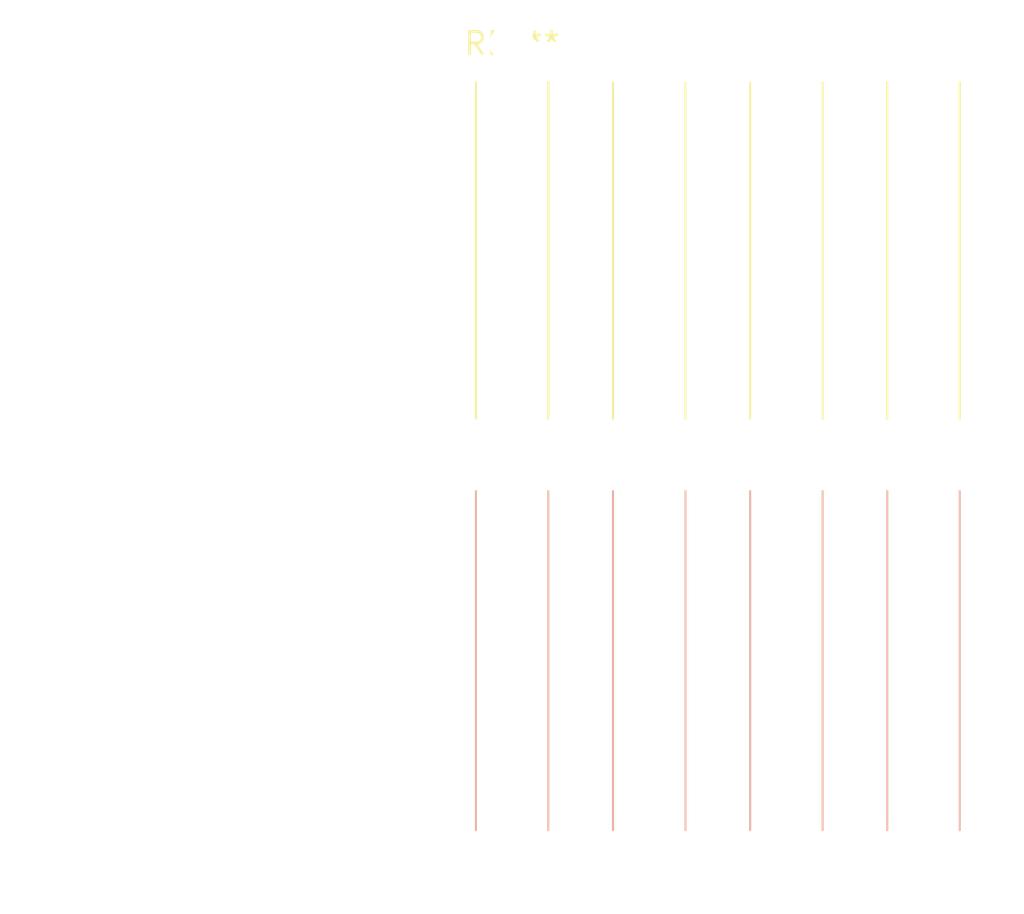
<source format=kicad_pcb>
(kicad_pcb (version 20240108) (generator pcbnew)
  (layers (0 "F.Cu" signal) (31 "B.Cu" signal) (34 "B.Paste" user) (35 "F.Paste" user) (36 "B.SilkS" user "B.Silkscreen") (37 "F.SilkS" user "F.Silkscreen") (38 "B.Mask" user) (39 "F.Mask" user) (44 "Edge.Cuts" user))
  (net 0 "")
  (footprint "SolderWire-2sqmm_1x04_P7.8mm_D2mm_OD3.9mm_Relief2x" (layer "F.Cu") (at 0 0)
    (property "Reference" "REF**")
    (property "Value" "SolderWire-2sqmm_1x04_P7.8mm_D2mm_OD3.9mm_Relief2x")
    (fp_line (start -2.06 25.46) (end -2.06 44.74) (layer "B.SilkS") (stroke (width 0.12)))
    (fp_line (start 2.06 25.46) (end 2.06 44.74) (layer "B.SilkS") (stroke (width 0.12)))
    (fp_line (start 5.74 25.46) (end 5.74 44.74) (layer "B.SilkS") (stroke (width 0.12)))
    (fp_line (start 9.86 25.46) (end 9.86 44.74) (layer "B.SilkS") (stroke (width 0.12)))
    (fp_line (start 13.54 25.46) (end 13.54 44.74) (layer "B.SilkS") (stroke (width 0.12)))
    (fp_line (start 17.66 25.46) (end 17.66 44.74) (layer "B.SilkS") (stroke (width 0.12)))
    (fp_line (start 21.34 25.46) (end 21.34 44.74) (layer "B.SilkS") (stroke (width 0.12)))
    (fp_line (start 25.46 25.46) (end 25.46 44.74) (layer "B.SilkS") (stroke (width 0.12)))
    (fp_line (start -2.06 2.21) (end -2.06 21.34) (layer "F.SilkS") (stroke (width 0.12)))
    (fp_line (start 2.06 2.21) (end 2.06 21.34) (layer "F.SilkS") (stroke (width 0.12)))
    (fp_line (start 5.74 2.21) (end 5.74 21.34) (layer "F.SilkS") (stroke (width 0.12)))
    (fp_line (start 9.86 2.21) (end 9.86 21.34) (layer "F.SilkS") (stroke (width 0.12)))
    (fp_line (start 13.54 2.21) (end 13.54 21.34) (layer "F.SilkS") (stroke (width 0.12)))
    (fp_line (start 17.66 2.21) (end 17.66 21.34) (layer "F.SilkS") (stroke (width 0.12)))
    (fp_line (start 21.34 2.21) (end 21.34 21.34) (layer "F.SilkS") (stroke (width 0.12)))
    (fp_line (start 25.46 2.21) (end 25.46 21.34) (layer "F.SilkS") (stroke (width 0.12)))
    (pad "" np_thru_hole circle (at 0 23.4) (size 4.4 4.4) (drill 4.4) (layers *.Cu *.Mask))
    (pad "" np_thru_hole circle (at 0 46.8) (size 4.4 4.4) (drill 4.4) (layers *.Cu *.Mask))
    (pad "" np_thru_hole circle (at 7.8 23.4) (size 4.4 4.4) (drill 4.4) (layers *.Cu *.Mask))
    (pad "" np_thru_hole circle (at 7.8 46.8) (size 4.4 4.4) (drill 4.4) (layers *.Cu *.Mask))
    (pad "" np_thru_hole circle (at 15.6 23.4) (size 4.4 4.4) (drill 4.4) (layers *.Cu *.Mask))
    (pad "" np_thru_hole circle (at 15.6 46.8) (size 4.4 4.4) (drill 4.4) (layers *.Cu *.Mask))
    (pad "" np_thru_hole circle (at 23.4 23.4) (size 4.4 4.4) (drill 4.4) (layers *.Cu *.Mask))
    (pad "" np_thru_hole circle (at 23.4 46.8) (size 4.4 4.4) (drill 4.4) (layers *.Cu *.Mask))
    (pad "1" thru_hole roundrect (at 0 0) (size 3.9 3.9) (drill 2.5) (layers *.Cu *.Mask) (remove_unused_layers) (roundrect_rratio 0.064103))
    (pad "2" thru_hole circle (at 7.8 0) (size 3.9 3.9) (drill 2.5) (layers *.Cu *.Mask) (remove_unused_layers))
    (pad "3" thru_hole circle (at 15.6 0) (size 3.9 3.9) (drill 2.5) (layers *.Cu *.Mask) (remove_unused_layers))
    (pad "4" thru_hole circle (at 23.4 0) (size 3.9 3.9) (drill 2.5) (layers *.Cu *.Mask) (remove_unused_layers))
  )
)
</source>
